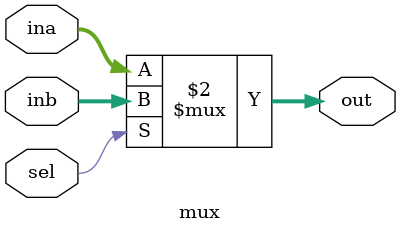
<source format=v>

/*
mux 2 to 1
*/

module mux #(
    parameter DATA_LENGTH = 8
) (
    input sel,
    input [DATA_LENGTH-1 : 0] ina, 
    input [(DATA_LENGTH-1) : 0]  inb,
    output [DATA_LENGTH-1 : 0] out
);
    assign out=(sel==0)?ina:inb;
endmodule
</source>
